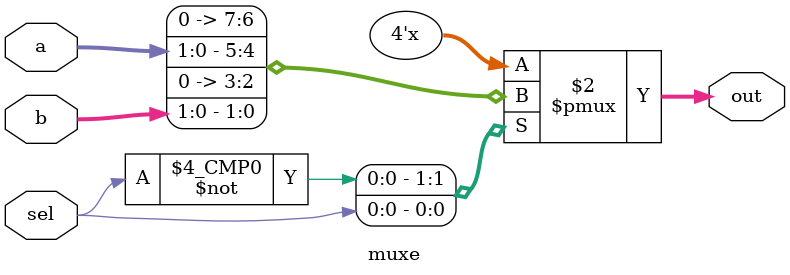
<source format=v>
`timescale 1ns / 1ps


module muxe(a,b,sel,out); 
    input  sel;   // select line
    input  [1:0] a;  // e1
    input  [1:0] b;  //e2  
    output reg[3:0] out;  //output



always @( a or b or sel) begin
    case (sel)
        0: out <= a;
        1: out <= b;
    endcase
end

endmodule  
</source>
